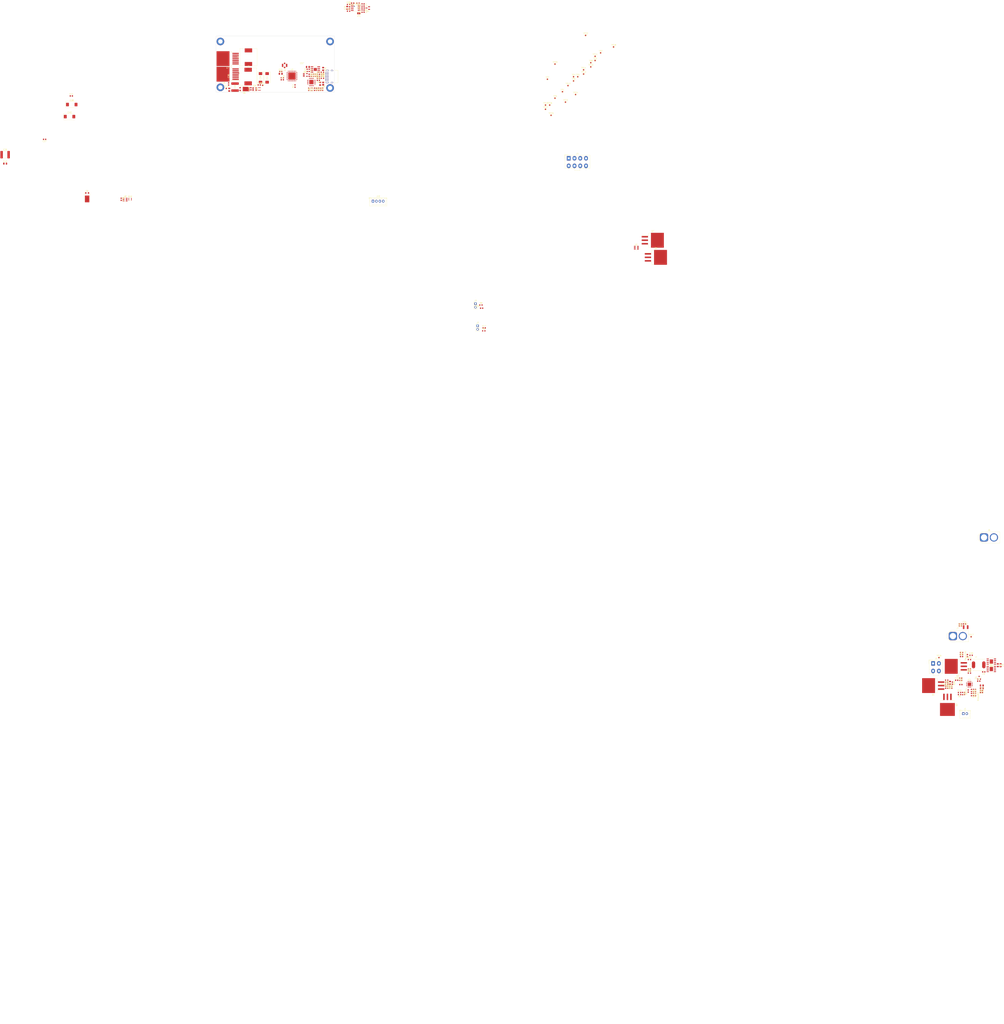
<source format=kicad_pcb>
(kicad_pcb (version 20211014) (generator pcbnew)
  (layers (0 "F.Cu" signal) (1 "In1.Cu" signal) (2 "In2.Cu" signal) (31 "B.Cu" signal) (34 "B.Paste" user) (35 "F.Paste" user) (36 "B.SilkS" user "B.Silkscreen") (37 "F.SilkS" user "F.Silkscreen") (38 "B.Mask" user) (39 "F.Mask" user) (44 "Edge.Cuts" user))
  (net 0 "")
  (net 1 "Net-(C1-Pad1)")
  (net 2 "GND")
  (net 3 "/EN")
  (net 4 "Net-(C3-Pad1)")
  (net 5 "/Battery Charger/CE")
  (net 6 "Net-(C5-Pad1)")
  (net 7 "/Battery Charger/PH")
  (net 8 "/Battery Charger/BTST")
  (net 9 "/Battery Charger/VCC")
  (net 10 "/Battery Charger/SRP")
  (net 11 "/Battery Charger/Q3-S")
  (net 12 "/Battery Charger/Q1-D")
  (net 13 "/Battery Charger/Q1-G")
  (net 14 "Net-(C15-Pad2)")
  (net 15 "Net-(C17-Pad2)")
  (net 16 "Net-(C18-Pad2)")
  (net 17 "/LNA_IN")
  (net 18 "+3V3")
  (net 19 "+24V")
  (net 20 "VBUS")
  (net 21 "Net-(C16-Pad2)")
  (net 22 "Net-(C21-Pad2)")
  (net 23 "Net-(PowerLED1-Pad2)")
  (net 24 "/RTS")
  (net 25 "Net-(Q6-Pad2)")
  (net 26 "/BOOT")
  (net 27 "/DTR")
  (net 28 "Net-(Q6-Pad5)")
  (net 29 "Net-(Q9-Pad3)")
  (net 30 "Net-(Q10-Pad3)")
  (net 31 "Net-(C26-Pad1)")
  (net 32 "/LPC_24V")
  (net 34 "/3.3STAT1")
  (net 35 "/3.3STAT2")
  (net 36 "/PG")
  (net 37 "/CAN_RX")
  (net 38 "/BATTSTAT2")
  (net 39 "/BATTSTAT1")
  (net 40 "/CAN_TX")
  (net 41 "/RXD")
  (net 42 "/TXD")
  (net 44 "/CANL")
  (net 45 "/CANH")
  (net 46 "Net-(C31-Pad1)")
  (net 47 "Net-(C36-Pad2)")
  (net 48 "Net-(C37-Pad1)")
  (net 49 "Net-(C37-Pad2)")
  (net 50 "Net-(C36-Pad1)")
  (net 54 "Net-(IC2-Pad8)")
  (net 55 "Net-(IC2-Pad9)")
  (net 72 "/Battery Charger/VFB")
  (net 73 "Net-(D2-Pad2)")
  (net 74 "Net-(D3-Pad2)")
  (net 75 "Net-(PackLED1-Pad1)")
  (net 76 "Net-(PowerLED1-Pad1)")
  (net 77 "/Battery Charger/ACSET")
  (net 78 "/Battery Charger/ISET2")
  (net 79 "Net-(J1-Pad1)")
  (net 80 "Net-(IC1-Pad23)")
  (net 83 "/Battery Charger/ICSET2")
  (net 84 "/Battery Charger/LODRV")
  (net 85 "/Battery Charger/Q4-G")
  (net 86 "Net-(C57-Pad2)")
  (net 87 "Net-(CTTC1-Pad2)")
  (net 88 "Net-(D7-Pad2)")
  (net 89 "Net-(D8-Pad3)")
  (net 90 "Net-(D8-Pad4)")
  (net 91 "Net-(IC1-Pad3)")
  (net 92 "Net-(IC1-Pad11)")
  (net 93 "Net-(J4-Pad4)")
  (net 94 "Net-(J5-Pad1)")
  (net 95 "Net-(J8-PadA1)")
  (net 96 "Net-(J8-PadA5)")
  (net 98 "Net-(J8-PadB5)")
  (net 101 "/SDA")
  (net 102 "/SCL")
  (net 103 "/Vref")
  (net 104 "Net-(Q7-Pad1)")
  (net 105 "Net-(Q7-Pad2)")
  (net 106 "Net-(R23-Pad2)")
  (net 107 "Net-(R24-Pad1)")
  (net 108 "/CHARGE")
  (net 109 "Net-(R42-Pad2)")
  (net 138 "Net-(C49-Pad1)")
  (footprint "Package_SO:SOIC-8_3.9x4.9mm_P1.27mm" (layer "F.Cu") (at 150.525 21.635)
    (fp_text reference "U2")
    (fp_text value "SN65HVD230")
  )
  (footprint "Capacitor_SMD:C_0805_2012Metric" (layer "F.Cu") (at 115.74 64.65)
    (fp_text reference "C57")
    (fp_text value "10uF")
  )
  (footprint "Capacitor_SMD:C_0603_1608Metric" (layer "F.Cu") (at -75.8175 117.255 180)
    (fp_text reference "C37")
    (fp_text value "0.01uF")
  )
  (footprint "Package_TO_SOT_SMD:TO-263-7_TabPin4" (layer "F.Cu") (at 57.38 69.895 180)
    (fp_text reference "U6")
    (fp_text value "LM2679T-3.3-iclr")
  )
  (footprint "Inductor_SMD:L_12x12mm_H8mm" (layer "F.Cu") (at 72.29 71.6 90)
    (fp_text reference "L3")
    (fp_text value "15uH")
  )
  (footprint "Resistor_SMD:R_0603_1608Metric" (layer "F.Cu") (at 118.2 70.69 -90)
    (fp_text reference "R40")
    (fp_text value "4.7k")
  )
  (footprint "Capacitor_SMD:C_0603_1608Metric" (layer "F.Cu") (at 242.165 240.09)
    (fp_text reference "C18")
    (fp_text value "1μF")
  )
  (footprint "LED_SMD:LED_0603_1608Metric" (layer "F.Cu") (at 595.65 492.825 90)
    (fp_text reference "PackLED1")
    (fp_text value "LED")
  )
  (footprint "Resistor_SMD:R_0603_1608Metric" (layer "F.Cu") (at 145.345 24.055)
    (fp_text reference "R23")
    (fp_text value "120")
  )
  (footprint "Capacitor_SMD:C_0603_1608Metric" (layer "F.Cu") (at 596.26 518.58 90)
    (fp_text reference "CTTC1")
    (fp_text value "22nF")
  )
  (footprint "Package_DFN_QFN:VQFN-24-1EP_4x4mm_P0.5mm_EP2.45x2.45mm" (layer "F.Cu") (at 597.125 513.65)
    (fp_text reference "IC1")
    (fp_text value "BQ24618RGET-iclr")
  )
  (footprint "Capacitor_SMD:C_0603_1608Metric" (layer "F.Cu") (at 123.4 71.41 180)
    (fp_text reference "C52")
    (fp_text value "4.7muF")
  )
  (footprint "Capacitor_SMD:C_0603_1608Metric" (layer "F.Cu") (at -56.35 85.725)
    (fp_text reference "C44")
    (fp_text value "22uF")
  )
  (footprint "Connector_AMASS:AMASS_XT60-M_1x02_P7.20mm_Vertical" (layer "F.Cu") (at 607.73 406.85)
    (fp_text reference "J6")
    (fp_text value "Conn_01x02_Male")
  )
  (footprint "Capacitor_SMD:C_0603_1608Metric" (layer "F.Cu") (at 603.9 511.35)
    (fp_text reference "C5")
    (fp_text value "1uF")
  )
  (footprint "Capacitor_SMD:C_0603_1608Metric" (layer "F.Cu") (at 156.641889 23.996728 -90)
    (fp_text reference "C28")
    (fp_text value "220 pF")
  )
  (footprint "Capacitor_SMD:C_0805_2012Metric" (layer "F.Cu") (at -104.525 134.925)
    (fp_text reference "C43")
    (fp_text value "0.47μF")
  )
  (footprint "Package_SO:HSOP-8-1EP_3.9x4.9mm_P1.27mm_EP2.41x3.1mm" (layer "F.Cu") (at 613.05 502.525)
    (fp_text reference "Q4")
    (fp_text value "RS1G120MN")
  )
  (footprint "Resistor_SMD:R_0603_1608Metric" (layer "F.Cu") (at 591.375 492)
    (fp_text reference "R2")
    (fp_text value "110kΩ")
  )
  (footprint "Package_TO_SOT_SMD:TO-263-3_TabPin2" (layer "F.Cu") (at 587.275 500.6 180)
    (fp_text reference "Q3")
    (fp_text value "RSJ250P10TL")
  )
  (footprint "TestPoint:TestPoint_Pad_D1.0mm" (layer "F.Cu") (at 324.74 59.94)
    (fp_text reference "TP3")
    (fp_text value "TestPoint")
  )
  (footprint "Capacitor_SMD:C_0603_1608Metric" (layer "F.Cu") (at 95.98 67.89)
    (fp_text reference "C24")
    (fp_text value "0.1uF")
  )
  (footprint "Capacitor_SMD:C_0603_1608Metric" (layer "F.Cu") (at 587.825 510.725)
    (fp_text reference "C33")
    (fp_text value "0.1μF")
  )
  (footprint "Capacitor_SMD:C_0603_1608Metric" (layer "F.Cu") (at 596.375 503.275 -90)
    (fp_text reference "C15")
    (fp_text value "0.1µF")
  )
  (footprint "Capacitor_SMD:C_0603_1608Metric" (layer "F.Cu") (at 123.395 72.88)
    (fp_text reference "C51")
    (fp_text value "0.1muF")
  )
  (footprint "Resistor_SMD:R_0603_1608Metric" (layer "F.Cu") (at 598.6 521.15 -90)
    (fp_text reference "RFast1")
    (fp_text value "32kΩ")
  )
  (footprint "TestPoint:TestPoint_Pad_D1.0mm" (layer "F.Cu") (at 56.38 80.25)
    (fp_text reference "TP19")
    (fp_text value "TestPoint")
  )
  (footprint "Resistor_SMD:R_0603_1608Metric" (layer "F.Cu") (at 121.18 70.69 -90)
    (fp_text reference "R38")
    (fp_text value "24k")
  )
  (footprint "Capacitor_SMD:C_0603_1608Metric" (layer "F.Cu") (at 584.775 512.825 -90)
    (fp_text reference "C7")
    (fp_text value "1uF")
  )
  (footprint "TestPoint:TestPoint_Pad_D1.0mm" (layer "F.Cu") (at 316.37 66.73)
    (fp_text reference "TP14")
    (fp_text value "TestPoint")
  )
  (footprint "Capacitor_SMD:C_0603_1608Metric" (layer "F.Cu") (at 593.55 469.775)
    (fp_text reference "C31")
    (fp_text value "0.1μF")
  )
  (footprint "Resistor_SMD:R_0603_1608Metric" (layer "F.Cu") (at 126.52 80.83 90)
    (fp_text reference "R21")
    (fp_text value "470Ω")
  )
  (footprint "Resistor_SMD:R_0603_1608Metric" (layer "F.Cu") (at 241.68 237.78)
    (fp_text reference "R8")
    (fp_text value "470Ω")
  )
  (footprint "Capacitor_SMD:C_0603_1608Metric" (layer "F.Cu") (at 148.305 18.205 180)
    (fp_text reference "C21")
    (fp_text value "160pF")
  )
  (footprint "Resistor_SMD:R_0603_1608Metric" (layer "F.Cu") (at 590.05 509.975 -90)
    (fp_text reference "RAC1")
    (fp_text value "10mΩ")
  )
  (footprint "Capacitor_SMD:C_0603_1608Metric" (layer "F.Cu") (at 607.55 504.625 180)
    (fp_text reference "C6")
    (fp_text value "0.1µF")
  )
  (footprint "TestPoint:TestPoint_Pad_D1.0mm" (layer "F.Cu") (at 292.71 99.81)
    (fp_text reference "TP25")
    (fp_text value "TestPoint")
  )
  (footprint "Connector_Coaxial:U.FL_Molex_MCRF_73412-0110_Vertical" (layer "F.Cu") (at 98.82 63.5)
    (fp_text reference "J9")
    (fp_text value "Conn_Coaxial")
  )
  (footprint "Capacitor_SMD:C_0805_2012Metric" (layer "F.Cu") (at 95.97 69.59)
    (fp_text reference "C22")
    (fp_text value "10uF")
  )
  (footprint "Resistor_SMD:R_0603_1608Metric" (layer "F.Cu") (at 580.575 510.65 180)
    (fp_text reference "R29")
    (fp_text value "3.5k")
  )
  (footprint "Resistor_SMD:R_0603_1608Metric" (layer "F.Cu") (at 116.38 80.85 -90)
    (fp_text reference "R13")
    (fp_text value "10k")
  )
  (footprint "Package_TO_SOT_SMD:SOT-23" (layer "F.Cu") (at 159.33 21.775 180)
    (fp_text reference "D4")
    (fp_text value "SM712_SOT23")
  )
  (footprint "Connector_Molex:Molex_Mini-Fit_Jr_5566-04A_2x02_P4.20mm_Vertical" (layer "F.Cu") (at 570.7 498.475)
    (fp_text reference "J5")
    (fp_text value "Conn_01x04_Male")
  )
  (footprint "Capacitor_Tantalum_SMD:CP_EIA-7343-30_AVX-N" (layer "F.Cu") (at 86.1 72.59 -90)
    (fp_text reference "C41")
    (fp_text value "330uF")
  )
  (footprint "TestPoint:TestPoint_Pad_D1.0mm" (layer "F.Cu") (at 321.6 64.58)
    (fp_text reference "TP10")
    (fp_text value "TestPoint")
  )
  (footprint "Capacitor_SMD:C_0805_2012Metric" (layer "F.Cu") (at 58.54 81.17 -90)
    (fp_text reference "C42" hide)
    (fp_text value "0.47uF")
  )
  (footprint "Connector_Molex:Molex_Mini-Fit_Jr_5566-08A_2x04_P4.20mm_Vertical" (layer "F.Cu") (at 305.54 131.055)
    (fp_text reference "J4")
    (fp_text value "Conn_01x08_Male")
  )
  (footprint "TestPoint:TestPoint_Pad_D1.0mm" (layer "F.Cu") (at 303.18 90.22)
    (fp_text reference "TP23")
    (fp_text value "TestPoint")
  )
  (footprint "Package_TO_SOT_SMD:TO-277B" (layer "F.Cu") (at -44.8775 159.425)
    (fp_text reference "D5")
    (fp_text value "DST1550S")
  )
  (footprint "TestPoint:TestPoint_Pad_D1.0mm" (layer "F.Cu") (at 574.95 494.25)
    (fp_text reference "TP16")
    (fp_text value "TestPoint")
  )
  (footprint "Capacitor_SMD:C_0603_1608Metric" (layer "F.Cu") (at 590.895 513.88)
    (fp_text reference "C4")
    (fp_text value "1μF")
  )
  (footprint "Connector_JST:JST_XH_B2B-XH-AM_1x02_P2.50mm_Vertical" (layer "F.Cu") (at 592.69 535.025)
    (fp_text reference "J1")
    (fp_text value "Thermistor Connection 103AT NTC")
  )
  (footprint "TestPoint:TestPoint_Pad_D1.0mm" (layer "F.Cu") (at 290.05 73.56)
    (fp_text reference "TP7")
    (fp_text value "TestPoint")
  )
  (footprint "Package_TO_SOT_SMD:SOT-363_SC-70-6" (layer "F.Cu") (at 118.52 80.85 90)
    (fp_text reference "Q6")
    (fp_text value "MMDT2222A")
  )
  (footprint "Capacitor_SMD:C_0603_1608Metric" (layer "F.Cu") (at 591.525 509.975 90)
    (fp_text reference "C3")
    (fp_text value "0.1μF")
  )
  (footprint "Resistor_SMD:R_0603_1608Metric" (layer "F.Cu") (at 115.25 67.11 90)
    (fp_text reference "R43")
    (fp_text value "10k")
  )
  (footprint "Resistor_SMD:R_0603_1608Metric" (layer "F.Cu") (at 597.125 495.675)
    (fp_text reference "RSR1")
    (fp_text value "10mΩ")
  )
  (footprint "TestPoint:TestPoint_Pad_D1.0mm" (layer "F.Cu") (at 598.35 479.1)
    (fp_text reference "TP17")
    (fp_text value "TestPoint")
  )
  (footprint "Capacitor_SMD:C_1210_3225Metric" (layer "F.Cu") (at 594.375 472.1)
    (fp_text reference "C32")
    (fp_text value "22μF")
  )
  (footprint "MountingHole:MountingHole_3.2mm_M3_DIN965_Pad" (layer "F.Cu") (at 52.1 79.456027)
    (fp_text reference "H3" hide)
    (fp_text value "MountingHole_Pad" hide)
  )
  (footprint "TestPoint:TestPoint_Pad_D1.0mm" (layer "F.Cu") (at 312.11 71.75)
    (fp_text reference "TP5")
    (fp_text value "TestPoint")
  )
  (footprint "Package_TO_SOT_SMD:SOT-363_SC-70-6" (layer "F.Cu") (at -13.625 160.8)
    (fp_text reference "Q10")
    (fp_text value "MCH6351")
  )
  (footprint "Resistor_SMD:R_0603_1608Metric" (layer "F.Cu") (at 600.075 518.175 -90)
    (fp_text reference "R5")
    (fp_text value "100kΩ")
  )
  (footprint "Capacitor_SMD:C_0603_1608Metric" (layer "F.Cu") (at 606.62 518.93 90)
    (fp_text reference "C10")
    (fp_text value "0.1μF")
  )
  (footprint "TestPoint:TestPoint_Pad_D1.0mm" (layer "F.Cu") (at 321.6 61.53)
    (fp_text reference "TP8")
    (fp_text value "TestPoint")
  )
  (footprint "MountingHole:MountingHole_3.2mm_M3_DIN965_Pad" (layer "F.Cu") (at 131.9 46.1)
    (fp_text reference "H4" hide)
    (fp_text value "MountingHole_Pad" hide)
  )
  (footprint "Capacitor_SMD:C_0603_1608Metric" (layer "F.Cu") (at 116.73 70.69 -90)
    (fp_text reference "C58")
    (fp_text value "4.7uF")
  )
  (footprint "Capacitor_SMD:C_0805_2012Metric" (layer "F.Cu") (at 126.86 66.06 -90)
    (fp_text reference "C54")
    (fp_text value "10uF")
  )
  (footprint "TestPoint:TestPoint_Pad_D1.0mm" (layer "F.Cu") (at 328.75 54.38)
    (fp_text reference "TP2")
    (fp_text value "TestPoint")
  )
  (footprint "Capacitor_SMD:C_0603_1608Metric" (layer "F.Cu") (at -20.075 160.875 -90)
    (fp_text reference "C48")
    (fp_text value "0.1µF")
  )
  (footprint "Capacitor_Tantalum_SMD:CP_EIA-7343-30_AVX-N" (layer "F.Cu") (at -57.675 100.75)
    (fp_text reference "C40")
    (fp_text value "330uF")
  )
  (footprint "Connector_PinHeader_2.54mm:PinHeader_1x02_P2.54mm_Vertical" (layer "F.Cu") (at 239.27 252.93)
    (fp_text reference "J2")
    (fp_text value "Conn_01x02_Male")
  )
  (footprint "Resistor_SMD:R_0603_1608Metric" (layer "F.Cu") (at 597.125 505.5)
    (fp_text reference "R32")
    (fp_text value "1kΩ")
  )
  (footprint "Capacitor_SMD:C_2220_5650Metric" (layer "F.Cu") (at -104.55 128.425)
    (fp_text reference "C20")
    (fp_text value "47uF")
  )
  (footprint "Capacitor_SMD:C_0603_1608Metric" (layer "F.Cu") (at 605.145 518.93 -90)
    (fp_text reference "C11")
    (fp_text value "0.1μF")
  )
  (footprint "Resistor_SMD:R_0603_1608Metric" (layer "F.Cu") (at 590.575 469.775 180)
    (fp_text reference "R30")
    (fp_text value "75k")
  )
  (footprint "TestPoint:TestPoint_Pad_D1.0mm" (layer "F.Cu") (at 316.37 69.78)
    (fp_text reference "TP13")
    (fp_text value "TestPoint")
  )
  (footprint "Resistor_SMD:R_0603_1608Metric" (layer "F.Cu") (at 126.365 68.49 180)
    (fp_text reference "R37")
    (fp_text value "470Ω")
  )
  (footprint "Package_TO_SOT_SMD:SOT-363_SC-70-6" (layer "F.Cu") (at 80.4725 80.64 90)
    (fp_text reference "Q9")
    (fp_text value "MCH6351")
  )
  (footprint "Connector_JST:JST_XH_B4B-XH-AM_1x04_P2.50mm_Vertical" (layer "F.Cu") (at 163.12 162.255)
    (fp_text reference "J10")
    (fp_text value "Conn_01x04_Male")
  )
  (footprint "Capacitor_SMD:C_2220_5650Metric" (layer "F.Cu") (at 62.74 79.26 -90)
    (fp_text reference "C19")
    (fp_text value "47uF")
  )
  (footprint "MountingHole:MountingHole_3.2mm_M3_DIN965_Pad" (layer "F.Cu") (at 131.9 79.9)
    (fp_text reference "H2" hide)
    (fp_text value "MountingHole_Pad" hide)
  )
  (footprint "Capacitor_SMD:C_0603_1608Metric" (layer "F.Cu") (at 579.825 515.775 -90)
    (fp_text reference "C14")
    (fp_text value "0.1µF")
  )
  (footprint "Capacitor_SMD:C_0805_2012Metric" (layer "F.Cu") (at 583.05 512.6 -90)
    (fp_text reference "C16")
    (fp_text value "2.2uF")
  )
  (footprint "Capacitor_SMD:C_0603_1608Metric" (layer "F.Cu") (at 155.93 21.785)
    (fp_text reference "C26")
    (fp_text value "0.1uF")
  )
  (footprint "TestPoint:TestPoint_Pad_D1.0mm" (layer "F.Cu") (at 82.86 77.98)
    (fp_text reference "TP21")
    (fp_text value "TestPoint")
  )
  (footprint "Resistor_SMD:R_0603_1608Metric" (layer "F.Cu") (at 155.179546 19.574725 -90)
    (fp_text reference "R26")
    (fp_text value "60")
  )
  (footprint "TestPoint:TestPoint_Pad_D1.0mm" (layer "F.Cu") (at 288.65 95.41)
    (fp_text reference "TP27")
    (fp_text value "TestPoint")
  )
  (footprint "Resistor_SMD:R_0603_1608Metric" (layer "F.Cu") (at 601.55 518.175 -90)
    (fp_text reference "R3")
    (fp_text value "100kΩ")
  )
  (footprint "Package_DFN_QFN:QFN-48-1EP_7x7mm_P0.5mm_EP5.3x5.3mm" (layer "F.Cu") (at 104.16 71.23)
    (fp_text reference "U3")
    (fp_text value "ESP32-PICO-D4")
  )
  (footprint "Capacitor_Tantalum_SMD:CP_EIA-7343-30_AVX-N" (layer "F.Cu") (at 81.29 72.5825 -90)
    (fp_text reference "C39")
    (fp_text value "330uF")
  )
  (footprint "Resistor_SMD:R_0603_1608Metric" (layer "F.Cu") (at 601.55 521.15 -90)
    (fp_text reference "RAdp1")
    (fp_text value "150kΩ")
  )
  (footprint "Capacitor_SMD:C_0603_1608Metric" (layer "F.Cu") (at 156.639347 19.574551 90)
    (fp_text reference "C27")
    (fp_text value "220pF")
  )
  (footprint "LED_SMD:LED_0603_1608Metric" (layer "F.Cu") (at 580.575 512.1 180)
    (fp_text reference "PowerLED1")
    (fp_text value "LED")
  )
  (footprint "TestPoint:TestPoint_Pad_D1.0mm" (layer "F.Cu") (at 301 82.65)
    (fp_text reference "TP1")
    (fp_text value "TestPoint")
  )
  (footprint "Resistor_SMD:R_0603_1608Metric" (layer "F.Cu") (at 589.89 519.64)
    (fp_text reference "R10")
    (fp_text value "430kΩ")
  )
  (footprint "TestPoint:TestPoint_Pad_D1.0mm" (layer "F.Cu") (at 309.06 71.75)
    (fp_text reference "TP4")
    (fp_text value "TestPoint")
  )
  (footprint "Capacitor_SMD:C_0805_2012Metric" (layer "F.Cu") (at 606.12 516.48 180)
    (fp_text reference "C12")
    (fp_text value "10uF")
  )
  (footprint "Resistor_SMD:R_0603_1608Metric" (layer "F.Cu") (at 120.64 80.85 90)
    (fp_text reference "R12")
    (fp_text value "10k")
  )
  (footprint "LED_SMD:LED_0603_1608Metric" (layer "F.Cu") (at 125.06 80.83 -90)
    (fp_text reference "D3")
    (fp_text value "LED")
  )
  (footprint "Resistor_SMD:R_0603_1608Metric" (layer "F.Cu") (at 243.76 256.58)
    (fp_text reference "R6")
    (fp_text value "470Ω")
  )
  (footprint "Resistor_SMD:R_0603_1608Metric" (layer "F.Cu") (at 583.55 515.05 180)
    (fp_text reference "R17")
    (fp_text value "10Ω")
  )
  (footprint "Resistor_SMD:R_0603_1608Metric" (layer "F.Cu") (at 597.875 503.275 90)
    (fp_text reference "R15")
    (fp_text value "100kΩ")
  )
  (footprint "LED_SMD:LED_0603_1608Metric" (layer "F.Cu") (at 126.37 69.95 180)
    (fp_text reference "D7")
    (fp_text value "LED")
  )
  (footprint "Capacitor_SMD:C_0805_2012Metric" (layer "F.Cu") (at 619.775 499.775 -90)
    (fp_text reference "C9")
    (fp_text value "10uF")
  )
  (footprint "Resistor_SMD:R_0603_1608Metric" (layer "F.Cu") (at 152.22 18.21 180)
    (fp_text reference "R24")
    (fp_text value "10k")
  )
  (footprint "LED_SMD:LED_0603_1608Metric" (layer "F.Cu") (at 122.11 80.84 -90)
    (fp_text reference "D2")
    (fp_text value "LED")
  )
  (footprint "Resistor_SMD:R_0603_1608Metric" (layer "F.Cu") (at 598.6 518.175 -90)
    (fp_text reference "R7")
    (fp_text value "100kΩ")
  )
  (footprint "Capacitor_SMD:C_0805_2012Metric" (layer "F.Cu") (at 617.775 499.775 -90)
    (fp_text reference "C8")
    (fp_text value "10uF")
  )
  (footprint "Capacitor_SMD:C_0603_1608Metric" (layer "F.Cu") (at 244.025 254.45)
    (fp_text reference "C17")
    (fp_text value "1μF")
  )
  (footprint "Resistor_SMD:R_0603_1608Metric" (layer "F.Cu") (at 591.375 490.525 180)
    (fp_text reference "R1")
    (fp_text value "10kΩ")
  )
  (footprint "TestPoint:TestPoint_Pad_D1.0mm" (layer "F.Cu") (at 291.7 92.36)
    (fp_text reference "TP26")
    (fp_text value "TestPoint")
  )
  (footprint "Capacitor_SMD:C_0805_2012Metric" (layer "F.Cu") (at 144.375 21.625 90)
    (fp_text reference "C25")
    (fp_text value "10uF")
  )
  (footprint "Resistor_SMD:R_0603_1608Metric" (layer "F.Cu") (at 106.41 78.5 90)
    (fp_text reference "R11")
    (fp_text value "10kΩ")
  )
  (footprint "Package_TO_SOT_SMD:SOT-143" (layer "F.Cu") (at 125.78 76.83 180)
    (fp_text reference "D8")
    (fp_text value "SP0503BAHT")
  )
  (footprint "Jumper:SolderJumper-2_P1.3mm_Open_RoundedPad1.0x1.5mm" (layer "F.Cu") (at 152.795 25.595)
    (fp_text reference "JP1")
    (fp_text value "SolderJumper_2_Open")
  )
  (footprint "Capacitor_SMD:C_0603_1608Metric" (layer "F.Cu") (at 74.23 80.52 -90)
    (fp_text reference "C49")
    (fp_text value "0.1µF")
  )
  (footprint "Capacitor_SMD:C_0603_1608Metric" (layer "F.Cu") (at 123.41 69.95)
    (fp_text reference "C50")
    (fp_text value "1.0muF")
  )
  (footprint "Resistor_SMD:R_0603_1608Metric" (layer "F.Cu") (at 580.575 513.575 180)
    (fp_text reference "R20")
    (fp_text value "2Ω")
  )
  (footprint "TestPoint:TestPoint_Pad_D1.0mm" (layer "F.Cu") (at 295.56 87.34)
    (fp_text reference "TP9")
    (fp_text value "TestPoint")
  )
  (footprint "Capacitor_SMD:C_0603_1608Metric" (layer "F.Cu") (at 80.375 77.73)
    (fp_text reference "C45")
    (fp_text value "22uF")
  )
  (footprint "Resistor_SMD:R_0603_1608Metric" (layer "F.Cu") (at 590.575 471.225)
    (fp_text reference "R31")
    (fp_text value "10k")
  )
  (footprint "Package_TO_SOT_SMD:SOT-23-5" (layer "F.Cu") (at 113.94 70.46)
    (fp_text reference "U11")
    (fp_text value "LTC4411")
  )
  (footprint "Resistor_SMD:R_0603_1608Metric" (layer "F.Cu") (at 126.37 72.88)
    (fp_text reference "R35")
    (fp_text value "5.1k")
  )
  (footprint "Resistor_SMD:R_0603_1608Metric" (layer "F.Cu") (at 581.325 515.775 -90)
    (fp_text reference "R14")
    (fp_text value "100kΩ")
  )
  (footprint "Connector_PinHeader_2.54mm:PinHeader_1x02_P2.54mm_Vertical" (layer "F.Cu") (at 237.72 236.845)
    (fp_text reference "J3")
    (fp_text value "Conn_01x02_Male")
  )
  (footprint "Capacitor_SMD:C_0603_1608Metric" (layer "F.Cu") (at 593.54 520.39 -90)
    (fp_text reference "C1")
    (fp_text value "0.1μF")
  )
  (footprint "Package_TO_SOT_SMD:TO-277B" (layer "F.Cu") (at 69.59 80.7 90)
    (fp_text reference "D6")
    (fp_text value "DST1550S")
  )
  (footprint "TestPoint:TestPoint_Pad_D1.0mm" (layer "F.Cu") (at 317.82 41.68)
    (fp_text reference "TP22")
    (fp_text value "TestPoint")
  )
  (footprint "TestPoint:TestPoint_Pad_D1.0mm" (layer "F.Cu") (at 338.17 50.08)
    (fp_text reference "TP18")
    (fp_text value "TestPoint")
  )
  (footprint "Resistor_SMD:R_0603_1608Metric" (layer "F.Cu") (at 126.37 71.41)
    (fp_text reference "R36")
    (fp_text value "5.1k")
  )
  (footprint "Package_TO_SOT_SMD:TO-263-7_TabPin4" (layer "F.Cu") (at 57.38 58.585 180)
    (fp_text reference "U7")
    (fp_text value "LM2679T-3.3-iclr")
  )
  (footprint "Package_TO_SOT_SMD:TSOT-23-6" (layer "F.Cu") (at -17.275 161.125)
    (fp_text reference "U8")
    (fp_text value "LTC4412xS6")
  )
  (footprint "TestPoint:TestPoint_Pad_D1.0mm" (layer "F.Cu") (at 288.65 92.36)
    (fp_text reference "TP15")
    (fp_text value "TestPoint")
  )
  (footprint "Resistor_SMD:R_0603_1608Metric" (layer "F.Cu") (at 145.345 19.195)
    (fp_text reference "R22")
    (fp_text value "120")
  )
  (footprint "TestPoint:TestPoint_Pad_D1.0mm" (layer "F.Cu") (at 305.01 78.2)
    (fp_text reference "TP12")
    (fp_text value "TestPoint")
  )
  (footprint "MountingHole:MountingHole_3.2mm_M3_DIN965_Pad" (layer "F.Cu") (at 52.1 46.1)
    (fp_text reference "H1" hide)
    (fp_text value "MountingHole_Pad" hide)
  )
  (footprint "Capacitor_SMD:C_0603_1608Metric" (layer "F.Cu") (at 58.05 77.02 -90)
    (fp_text reference "C36")
    (fp_text value "0.01uF")
  )
  (footprint "TestPoint:TestPoint_Pad_D1.0mm" (layer "F.Cu") (at 310.53 84.7)
    (fp_text reference "TP24")
    (fp_text value "TestPoint")
  )
  (footprint "iclr:INDM8681X400N" (layer "F.Cu") (at 603.85 499.5)
    (fp_text reference "L1")
    (fp_text value "6.8µH")
  )
  (footprint "Connector_AMASS:AMASS_XT60-M_1x02_P7.20mm_Vertical" (layer "F.Cu") (at 585.1 478.6)
    (fp_text reference "J7")
    (fp_text value "IsolationSwitch")
  )
  (footprint "Resistor_SMD:R_0603_1608Metric" (layer "F.Cu") (at 583.55 516.525)
    (fp_text reference "R18")
    (fp_text value "1kΩ")
  )
  (footprint "iclr:QFN28G_0.5-5X5MM" (layer "F.Cu") (at 118.32 75.602 180)
    (fp_text reference "IC2")
    (fp_text value "CP2102")
  )
  (footprint "Resistor_SMD:R_0603_1608Metric" (layer "F.Cu") (at 598.325 492.575)
    (fp_text reference "R28")
    (fp_text value "3.5k")
  )
  (footprint "Resistor_SMD:R_0603_1608Metric" (layer "F.Cu") (at 119.7 70.69 -90)
    (fp_text reference "R39")
    (fp_text value "47k")
  )
  (footprint "Package_TO_SOT_SMD:TO-263-3_TabPin2" (layer "F.Cu") (at 368.97 203.115)
    (fp_text reference "Q8")
    (fp_text value "RSJ250P10TL")
  )
  (footprint "Capacitor_SMD:C_0603_1608Metric" (layer "F.Cu") (at 146.095 21.655 90)
    (fp_text reference "C23")
    (fp_text value "100nF")
  )
  (footprint "Package_SO:HSOP-8-1EP_3.9x4.9mm_P1.27mm_EP2.41x3.1mm" (layer "F.Cu") (at 613.075 497.125 180)
    (fp_text reference "Q5")
    (fp_text value "RS1G120MN")
  )
  (footprint "Resistor_SMD:R_0603_1608Metric" (layer "F.Cu") (at 592.09 520.39 -90)
    (fp_text reference "R16")
    (fp_text value "100Ω")
  )
  (footprint "Capacitor_SMD:C_0805_2012Metric" (layer "F.Cu") (at 606.12 514.52 180)
    (fp_text reference "C13")
    (fp_text value "10uF")
  )
  (footprint "Package_TO_SOT_SMD:TO-263-3_TabPin2" (layer "F.Cu") (at 581.12 528.59 -90)
    (fp_text reference "Q2")
    (fp_text value "RSJ250P10TL")
  )
  (footprint "Connector_USB:USB_C_Receptacle_GCT_USB4085" (layer "F.Cu") (at 128.905 74.555 90)
    (fp_text reference "J8")
    (fp_text value "USB_C_Receptacle_USB2.0")
  )
  (footprint "Resistor_SMD:R_0603_1608Metric" (layer "F.Cu") (at 123.59 80.84 90)
    (fp_text reference "R19")
    (fp_text value "470Ω")
  )
  (footprint "Package_TO_SOT_SMD:TO-263-3_TabPin2" (layer "F.Cu") (at 366.71 190.665)
    (fp_text reference "Q7")
    (fp_text value "RSJ250P10TL")
  )
  (footprint "TestPoint:TestPoint_Pad_D1.0mm" (layer "F.Cu") (at 324.74 56.89)
    (fp_text reference "TP11")
    (fp_text value "TestPoint")
  )
  (footprint "Capacitor_SMD:C_0603_1608Metric" (layer "F.Cu") (at 97.165 73.95)
    (fp_text reference "C2")
    (fp_text value "1μF")
  )
  (footprint "iclr:SOIC127P599X175-9N" (layer "F.Cu") (at 121.18 66.445 180)
    (fp_text reference "U4")
    (fp_text value "RT9025-25GSP")
  )
  (footprint "Resistor_SMD:R_0603_1608Metric" (layer "F.Cu") (at 97.17 72.49)
    (fp_text reference "R4")
    (fp_text value "10kΩ")
  )
  (footprint "TestPoint:TestPoint_Pad_D1.0mm" (layer "F.Cu") (at 309.06 74.8)
    (fp_text reference "TP6")
    (fp_text value "TestPoint")
  )
  (footprint "Package_TO_SOT_SMD:TO-263-3_TabPin2" (layer "F.Cu") (at 570.775 514.6 180)
    (fp_text reference "Q1")
    (fp_text value "RSJ250P10TL")
  )
  (footprint "Capacitor_Tantalum_SMD:CP_EIA-7343-30_AVX-N" (layer "F.Cu") (at -56.075 91.975)
    (fp_text reference "C38")
    (fp_text value "330uF")
  )
  (footprint "Diode_SMD:D_SOT-23_ANK" (layer "F.Cu") (at 604.175 508.9 90)
    (fp_text reference "D1")
    (fp_text value "BAT54")
  )
  (footprint "Package_TO_SOT_SMD:TSOT-23-6" (layer "F.Cu") (at 77.01 80.74)
    (fp_text reference "U9")
    (fp_text value "LTC4412xS6")
  )
  (footprint "Capacitor_SMD:C_0603_1608Metric" (layer "F.Cu") (at 123.4 74.34 180)
    (fp_text reference "C53")
    (fp_text value "0.1muF")
  )
  (footprint "Package_TO_SOT_SMD:TSOT-23-6" (layer "F.Cu") (at 354.76 196.1)
    (fp_text reference "U1")
    (fp_text value "LTC4412xS6")
  )
  (footprint "Resistor_SMD:R_0603_1608Metric" (layer "F.Cu") (at 600.075 521.15 -90)
    (fp_text reference "RPre1")
    (fp_text value "13kΩ")
  )
  (footprint "Resistor_SMD:R_0603_1608Metric" (layer "F.Cu") (at 589.89 521.14 180)
    (fp_text reference "R9")
    (fp_text value "9.31kΩ")
  )
  (footprint "Inductor_SMD:L_12x12mm_H8mm" (layer "F.Cu") (at 72.49 57.52 90)
    (fp_text reference "L4")
    (fp_text value "15uH")
  )
  (footprint "Resistor_SMD:R_0603_1608Metric" (layer "F.Cu") (at 116.72 67.11 -90)
    (fp_text reference "R42")
    (fp_text value "56k")
  )
  (footprint "Resistor_SMD:R_0603_1608Metric" (layer "F.Cu") (at 155.181889 23.996728 -90)
    (fp_text reference "R27")
    (fp_text value "60")
  )
  (footprint "TestPoint:TestPoint_Pad_D1.0mm" (layer "F.Cu") (at 295.56 62.53)
    (fp_text reference "TP20")
    (fp_text value "TestPoint")
  )
  (footprint "Capacitor_SMD:C_0603_1608Metric" (layer "F.Cu") (at 591.375 493.5)
    (fp_text reference "Cff1")
    (fp_text value "22pF")
  )
  (gr_rect (start 49 83) (end 135 42) (layer "Edge.Cuts") (width 0.1) (fill none))
  (segment (start 65.503084 68.454114) (end 65.503084 69.754521) (width 0.25) (layer "F.Cu") (net 2))
  (via (at 149.555 20.475) (size 0.8) (drill 0.4) (layers "F.Cu" "B.Cu") (net 2))
)
</source>
